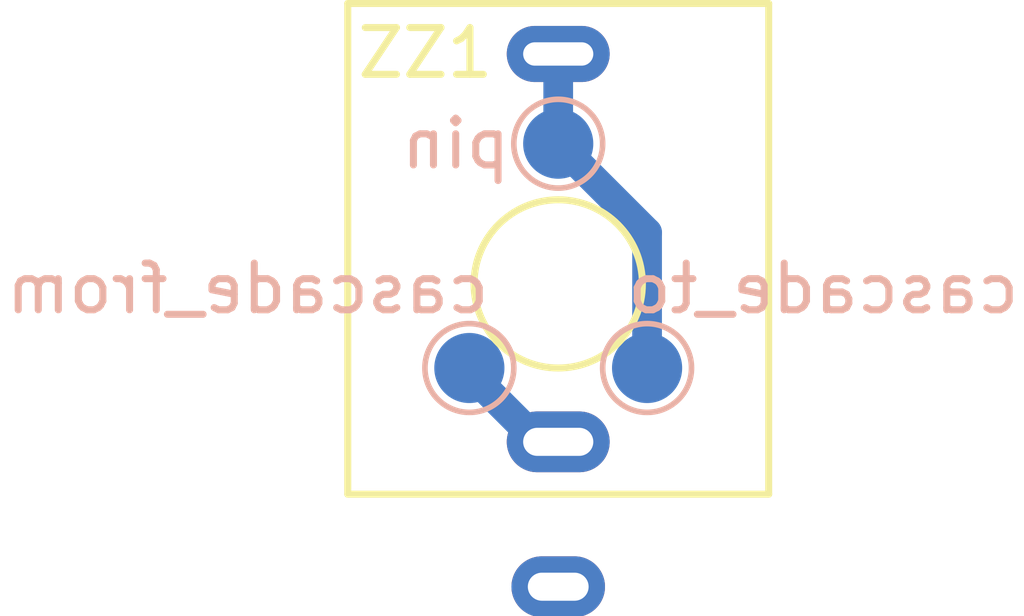
<source format=kicad_pcb>
(kicad_pcb (version 20171130) (host pcbnew "(5.1.9-0-10_14)")

  (general
    (thickness 1.6)
    (drawings 3)
    (tracks 6)
    (zones 0)
    (modules 4)
    (nets 4)
  )

  (page A4)
  (layers
    (0 F.Cu signal)
    (31 B.Cu signal)
    (32 B.Adhes user)
    (33 F.Adhes user)
    (34 B.Paste user)
    (35 F.Paste user)
    (36 B.SilkS user)
    (37 F.SilkS user)
    (38 B.Mask user)
    (39 F.Mask user)
    (40 Dwgs.User user)
    (41 Cmts.User user)
    (42 Eco1.User user)
    (43 Eco2.User user)
    (44 Edge.Cuts user)
    (45 Margin user)
    (46 B.CrtYd user hide)
    (47 F.CrtYd user hide)
    (48 B.Fab user hide)
    (49 F.Fab user hide)
  )

  (setup
    (last_trace_width 0.1524)
    (user_trace_width 0.1524)
    (user_trace_width 0.254)
    (user_trace_width 0.4064)
    (user_trace_width 0.635)
    (trace_clearance 0.1524)
    (zone_clearance 0.508)
    (zone_45_only no)
    (trace_min 0.1524)
    (via_size 0.6858)
    (via_drill 0.3048)
    (via_min_size 0.6858)
    (via_min_drill 0.3048)
    (uvia_size 0.3048)
    (uvia_drill 0.1524)
    (uvias_allowed no)
    (uvia_min_size 0.2)
    (uvia_min_drill 0.1)
    (edge_width 0.15)
    (segment_width 0.2)
    (pcb_text_width 0.3)
    (pcb_text_size 1.5 1.5)
    (mod_edge_width 0.15)
    (mod_text_size 1 1)
    (mod_text_width 0.15)
    (pad_size 2 1.3)
    (pad_drill 1.3)
    (pad_to_mask_clearance 0.2)
    (aux_axis_origin 0 0)
    (visible_elements FFFFFF7F)
    (pcbplotparams
      (layerselection 0x010fc_ffffffff)
      (usegerberextensions false)
      (usegerberattributes false)
      (usegerberadvancedattributes false)
      (creategerberjobfile false)
      (excludeedgelayer true)
      (linewidth 0.100000)
      (plotframeref false)
      (viasonmask false)
      (mode 1)
      (useauxorigin false)
      (hpglpennumber 1)
      (hpglpenspeed 20)
      (hpglpendiameter 15.000000)
      (psnegative false)
      (psa4output false)
      (plotreference true)
      (plotvalue true)
      (plotinvisibletext false)
      (padsonsilk false)
      (subtractmaskfromsilk false)
      (outputformat 1)
      (mirror false)
      (drillshape 1)
      (scaleselection 1)
      (outputdirectory ""))
  )

  (net 0 "")
  (net 1 GND)
  (net 2 "Net-(Pin0-Pad1)")
  (net 3 "Net-(Cascade0-Pad1)")

  (net_class Default "This is the default net class."
    (clearance 0.1524)
    (trace_width 0.1524)
    (via_dia 0.6858)
    (via_drill 0.3048)
    (uvia_dia 0.3048)
    (uvia_drill 0.1524)
    (diff_pair_width 0.1524)
    (diff_pair_gap 0.1524)
    (add_net GND)
    (add_net "Net-(Cascade0-Pad1)")
    (add_net "Net-(Pin0-Pad1)")
  )

  (module Connector_Thonk:ThonkiconnJack locked (layer F.Cu) (tedit 60CF9E73) (tstamp 608A8B61)
    (at 0 0)
    (path /5FC82E98)
    (fp_text reference ZZ1 (at -2.84 -4.94) (layer F.SilkS)
      (effects (font (size 1 1) (thickness 0.15)))
    )
    (fp_text value IN (at 0 9.3) (layer F.Fab)
      (effects (font (size 1 1) (thickness 0.15)))
    )
    (fp_line (start -4.5 4.5) (end 4.5 4.5) (layer F.SilkS) (width 0.15))
    (fp_line (start 4.5 -6) (end 4.5 4.5) (layer F.SilkS) (width 0.15))
    (fp_line (start -4.5 -6) (end -4.5 4.5) (layer F.SilkS) (width 0.15))
    (fp_line (start -4.5 -6) (end 4.5 -6) (layer F.SilkS) (width 0.15))
    (fp_circle (center 0 0) (end 1.8 0) (layer F.SilkS) (width 0.15))
    (pad "" np_thru_hole circle (at 0 0) (size 2.5 2.5) (drill 2.5) (layers *.Cu *.Mask))
    (pad T thru_hole oval (at 0 -4.92) (size 2.2 1.2) (drill oval 1.5 0.5) (layers *.Cu *.Mask)
      (net 2 "Net-(Pin0-Pad1)"))
    (pad TN thru_hole oval (at 0 3.38) (size 2.2 1.3) (drill oval 1.5 0.6) (layers *.Cu *.Mask)
      (net 3 "Net-(Cascade0-Pad1)"))
    (pad S thru_hole oval (at 0 6.48) (size 2 1.3) (drill oval 1.3 0.6) (layers *.Cu *.Mask)
      (net 1 GND))
  )

  (module TestPoint:TestPoint_Pad_D1.5mm (layer B.Cu) (tedit 5A0F774F) (tstamp 60B90EA5)
    (at 0 -3)
    (descr "SMD pad as test Point, diameter 1.5mm")
    (tags "test point SMD pad")
    (path /60B91AE3)
    (attr virtual)
    (fp_text reference Pin0 (at 0 1.648) (layer F.SilkS) hide
      (effects (font (size 1 1) (thickness 0.15)))
    )
    (fp_text value TestPoint (at 0 -1.75) (layer B.Fab)
      (effects (font (size 1 1) (thickness 0.15)) (justify mirror))
    )
    (fp_circle (center 0 0) (end 1.25 0) (layer B.CrtYd) (width 0.05))
    (fp_circle (center 0 0) (end 0 -0.95) (layer B.SilkS) (width 0.12))
    (fp_text user %R (at 0 1.65) (layer B.Fab)
      (effects (font (size 1 1) (thickness 0.15)) (justify mirror))
    )
    (pad 1 smd circle (at 0 0) (size 1.5 1.5) (layers B.Cu B.Mask)
      (net 2 "Net-(Pin0-Pad1)"))
  )

  (module TestPoint:TestPoint_Pad_D1.5mm (layer B.Cu) (tedit 5A0F774F) (tstamp 60B90EAD)
    (at -1.9 1.8)
    (descr "SMD pad as test Point, diameter 1.5mm")
    (tags "test point SMD pad")
    (path /60B927EB)
    (attr virtual)
    (fp_text reference Cascade0 (at 0 1.648) (layer B.SilkS) hide
      (effects (font (size 1 1) (thickness 0.15)) (justify mirror))
    )
    (fp_text value TestPoint (at 0 -1.75) (layer B.Fab)
      (effects (font (size 1 1) (thickness 0.15)) (justify mirror))
    )
    (fp_circle (center 0 0) (end 0 -0.95) (layer B.SilkS) (width 0.12))
    (fp_circle (center 0 0) (end 1.25 0) (layer B.CrtYd) (width 0.05))
    (fp_text user %R (at 0 1.65) (layer B.Fab)
      (effects (font (size 1 1) (thickness 0.15)) (justify mirror))
    )
    (pad 1 smd circle (at 0 0) (size 1.5 1.5) (layers B.Cu B.Mask)
      (net 3 "Net-(Cascade0-Pad1)"))
  )

  (module TestPoint:TestPoint_Pad_D1.5mm (layer B.Cu) (tedit 5A0F774F) (tstamp 60BC93E3)
    (at 1.9 1.8)
    (descr "SMD pad as test Point, diameter 1.5mm")
    (tags "test point SMD pad")
    (path /60BC9738)
    (attr virtual)
    (fp_text reference ZZ2 (at 0 1.648) (layer B.SilkS) hide
      (effects (font (size 1 1) (thickness 0.15)) (justify mirror))
    )
    (fp_text value TestPoint (at 0 -1.75) (layer B.Fab)
      (effects (font (size 1 1) (thickness 0.15)) (justify mirror))
    )
    (fp_circle (center 0 0) (end 1.25 0) (layer B.CrtYd) (width 0.05))
    (fp_circle (center 0 0) (end 0 -0.95) (layer B.SilkS) (width 0.12))
    (fp_text user %R (at 0 1.65) (layer B.Fab)
      (effects (font (size 1 1) (thickness 0.15)) (justify mirror))
    )
    (pad 1 smd circle (at 0 0) (size 1.5 1.5) (layers B.Cu B.Mask)
      (net 2 "Net-(Pin0-Pad1)"))
  )

  (gr_text cascade_to (at 1.4 0.1) (layer B.SilkS) (tstamp 60BC9433)
    (effects (font (size 1 1) (thickness 0.15)) (justify right mirror))
  )
  (gr_text cascade_from (at -1.4 0.1) (layer B.SilkS) (tstamp 60B90FDA)
    (effects (font (size 1 1) (thickness 0.15)) (justify left mirror))
  )
  (gr_text pin (at -0.95 -3) (layer B.SilkS) (tstamp 608A8C55)
    (effects (font (size 1 1) (thickness 0.15)) (justify left mirror))
  )

  (segment (start 0 -4.92) (end 0 -3) (width 0.635) (layer B.Cu) (net 2))
  (segment (start 1.9 -1.1) (end 1.9 1.8) (width 0.635) (layer B.Cu) (net 2))
  (segment (start 0 -3) (end 1.9 -1.1) (width 0.635) (layer B.Cu) (net 2))
  (segment (start -0.42 3.38) (end 0 3.38) (width 0.635) (layer B.Cu) (net 3))
  (segment (start -1.9 1.9) (end -0.42 3.38) (width 0.635) (layer B.Cu) (net 3))
  (segment (start -1.9 1.8) (end -1.9 1.9) (width 0.635) (layer B.Cu) (net 3))

)

</source>
